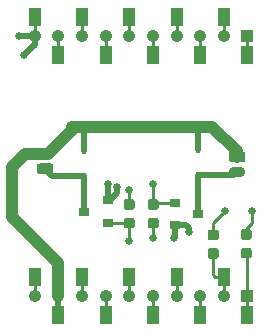
<source format=gtl>
G04 #@! TF.GenerationSoftware,KiCad,Pcbnew,(5.1.5)-3*
G04 #@! TF.CreationDate,2019-12-07T13:31:04+02:00*
G04 #@! TF.ProjectId,template,74656d70-6c61-4746-952e-6b696361645f,A*
G04 #@! TF.SameCoordinates,Original*
G04 #@! TF.FileFunction,Copper,L1,Top*
G04 #@! TF.FilePolarity,Positive*
%FSLAX46Y46*%
G04 Gerber Fmt 4.6, Leading zero omitted, Abs format (unit mm)*
G04 Created by KiCad (PCBNEW (5.1.5)-3) date 2019-12-07 13:31:04*
%MOMM*%
%LPD*%
G04 APERTURE LIST*
%ADD10C,1.050000*%
%ADD11R,1.050000X1.050000*%
%ADD12R,1.000000X1.600000*%
%ADD13R,0.450000X0.600000*%
%ADD14C,0.150000*%
%ADD15O,1.400000X0.900000*%
%ADD16R,0.900000X0.800000*%
%ADD17C,0.635000*%
%ADD18C,0.254000*%
%ADD19C,0.508000*%
%ADD20C,1.000000*%
G04 APERTURE END LIST*
D10*
X130001000Y-86000920D03*
X146001000Y-86000920D03*
D11*
X148001000Y-86000920D03*
D10*
X134001000Y-86000920D03*
X132001000Y-86000920D03*
X144001000Y-86000920D03*
X142001000Y-86000920D03*
X136001000Y-86000920D03*
X138001000Y-86000920D03*
X140001000Y-86000920D03*
D12*
X148001000Y-87600920D03*
X146001000Y-84400920D03*
X144001000Y-87600920D03*
X142001000Y-84400920D03*
X140001000Y-87600920D03*
X138001000Y-84400920D03*
X136001000Y-87600920D03*
X134001000Y-84400920D03*
X132001000Y-87600920D03*
X130001000Y-84400920D03*
D10*
X148001000Y-86000920D03*
X146001000Y-86000920D03*
X144001000Y-86000920D03*
X142001000Y-86000920D03*
X140001000Y-86000920D03*
X138001000Y-86000920D03*
X136001000Y-86000920D03*
X134001000Y-86000920D03*
X132001000Y-86000920D03*
X130001000Y-86000920D03*
X130001000Y-108000920D03*
X146001000Y-108000920D03*
D11*
X148001000Y-108000920D03*
D10*
X134001000Y-108000920D03*
X132001000Y-108000920D03*
X144001000Y-108000920D03*
X142001000Y-108000920D03*
X136001000Y-108000920D03*
X138001000Y-108000920D03*
X140001000Y-108000920D03*
D12*
X148001000Y-109600920D03*
X146001000Y-106400920D03*
X144001000Y-109600920D03*
X142001000Y-106400920D03*
X140001000Y-109600920D03*
X138001000Y-106400920D03*
X136001000Y-109600920D03*
X134001000Y-106400920D03*
X132001000Y-109600920D03*
X130001000Y-106400920D03*
D10*
X148001000Y-108000920D03*
X146001000Y-108000920D03*
X144001000Y-108000920D03*
X142001000Y-108000920D03*
X140001000Y-108000920D03*
X138001000Y-108000920D03*
X136001000Y-108000920D03*
X134001000Y-108000920D03*
X132001000Y-108000920D03*
X130001000Y-108000920D03*
D13*
X134175000Y-95730920D03*
X134175000Y-97830920D03*
X143827000Y-97796920D03*
X143827000Y-95696920D03*
G04 #@! TA.AperFunction,ComponentPad*
D14*
G36*
X131370054Y-96806003D02*
G01*
X131391895Y-96809243D01*
X131413314Y-96814608D01*
X131434104Y-96822047D01*
X131454064Y-96831488D01*
X131473003Y-96842839D01*
X131490738Y-96855993D01*
X131507099Y-96870821D01*
X131521927Y-96887182D01*
X131535081Y-96904917D01*
X131546432Y-96923856D01*
X131555873Y-96943816D01*
X131563312Y-96964606D01*
X131568677Y-96986025D01*
X131571917Y-97007866D01*
X131573000Y-97029920D01*
X131573000Y-97479920D01*
X131571917Y-97501974D01*
X131568677Y-97523815D01*
X131563312Y-97545234D01*
X131555873Y-97566024D01*
X131546432Y-97585984D01*
X131535081Y-97604923D01*
X131521927Y-97622658D01*
X131507099Y-97639019D01*
X131490738Y-97653847D01*
X131473003Y-97667001D01*
X131454064Y-97678352D01*
X131434104Y-97687793D01*
X131413314Y-97695232D01*
X131391895Y-97700597D01*
X131370054Y-97703837D01*
X131348000Y-97704920D01*
X130398000Y-97704920D01*
X130375946Y-97703837D01*
X130354105Y-97700597D01*
X130332686Y-97695232D01*
X130311896Y-97687793D01*
X130291936Y-97678352D01*
X130272997Y-97667001D01*
X130255262Y-97653847D01*
X130238901Y-97639019D01*
X130224073Y-97622658D01*
X130210919Y-97604923D01*
X130199568Y-97585984D01*
X130190127Y-97566024D01*
X130182688Y-97545234D01*
X130177323Y-97523815D01*
X130174083Y-97501974D01*
X130173000Y-97479920D01*
X130173000Y-97029920D01*
X130174083Y-97007866D01*
X130177323Y-96986025D01*
X130182688Y-96964606D01*
X130190127Y-96943816D01*
X130199568Y-96923856D01*
X130210919Y-96904917D01*
X130224073Y-96887182D01*
X130238901Y-96870821D01*
X130255262Y-96855993D01*
X130272997Y-96842839D01*
X130291936Y-96831488D01*
X130311896Y-96822047D01*
X130332686Y-96814608D01*
X130354105Y-96809243D01*
X130375946Y-96806003D01*
X130398000Y-96804920D01*
X131348000Y-96804920D01*
X131370054Y-96806003D01*
G37*
G04 #@! TD.AperFunction*
D15*
X130873000Y-96004920D03*
X147129000Y-97488920D03*
G04 #@! TA.AperFunction,ComponentPad*
D14*
G36*
X147626054Y-95790003D02*
G01*
X147647895Y-95793243D01*
X147669314Y-95798608D01*
X147690104Y-95806047D01*
X147710064Y-95815488D01*
X147729003Y-95826839D01*
X147746738Y-95839993D01*
X147763099Y-95854821D01*
X147777927Y-95871182D01*
X147791081Y-95888917D01*
X147802432Y-95907856D01*
X147811873Y-95927816D01*
X147819312Y-95948606D01*
X147824677Y-95970025D01*
X147827917Y-95991866D01*
X147829000Y-96013920D01*
X147829000Y-96463920D01*
X147827917Y-96485974D01*
X147824677Y-96507815D01*
X147819312Y-96529234D01*
X147811873Y-96550024D01*
X147802432Y-96569984D01*
X147791081Y-96588923D01*
X147777927Y-96606658D01*
X147763099Y-96623019D01*
X147746738Y-96637847D01*
X147729003Y-96651001D01*
X147710064Y-96662352D01*
X147690104Y-96671793D01*
X147669314Y-96679232D01*
X147647895Y-96684597D01*
X147626054Y-96687837D01*
X147604000Y-96688920D01*
X146654000Y-96688920D01*
X146631946Y-96687837D01*
X146610105Y-96684597D01*
X146588686Y-96679232D01*
X146567896Y-96671793D01*
X146547936Y-96662352D01*
X146528997Y-96651001D01*
X146511262Y-96637847D01*
X146494901Y-96623019D01*
X146480073Y-96606658D01*
X146466919Y-96588923D01*
X146455568Y-96569984D01*
X146446127Y-96550024D01*
X146438688Y-96529234D01*
X146433323Y-96507815D01*
X146430083Y-96485974D01*
X146429000Y-96463920D01*
X146429000Y-96013920D01*
X146430083Y-95991866D01*
X146433323Y-95970025D01*
X146438688Y-95948606D01*
X146446127Y-95927816D01*
X146455568Y-95907856D01*
X146466919Y-95888917D01*
X146480073Y-95871182D01*
X146494901Y-95854821D01*
X146511262Y-95839993D01*
X146528997Y-95826839D01*
X146547936Y-95815488D01*
X146567896Y-95806047D01*
X146588686Y-95798608D01*
X146610105Y-95793243D01*
X146631946Y-95790003D01*
X146654000Y-95788920D01*
X147604000Y-95788920D01*
X147626054Y-95790003D01*
G37*
G04 #@! TD.AperFunction*
D16*
X136175000Y-101826920D03*
X136175000Y-99926920D03*
X134175000Y-100876920D03*
X143827000Y-101064920D03*
X141827000Y-102014920D03*
X141827000Y-100114920D03*
G04 #@! TA.AperFunction,SMDPad,CuDef*
D14*
G36*
X148168691Y-103955973D02*
G01*
X148189926Y-103959123D01*
X148210750Y-103964339D01*
X148230962Y-103971571D01*
X148250368Y-103980750D01*
X148268781Y-103991786D01*
X148286024Y-104004574D01*
X148301930Y-104018990D01*
X148316346Y-104034896D01*
X148329134Y-104052139D01*
X148340170Y-104070552D01*
X148349349Y-104089958D01*
X148356581Y-104110170D01*
X148361797Y-104130994D01*
X148364947Y-104152229D01*
X148366000Y-104173670D01*
X148366000Y-104611170D01*
X148364947Y-104632611D01*
X148361797Y-104653846D01*
X148356581Y-104674670D01*
X148349349Y-104694882D01*
X148340170Y-104714288D01*
X148329134Y-104732701D01*
X148316346Y-104749944D01*
X148301930Y-104765850D01*
X148286024Y-104780266D01*
X148268781Y-104793054D01*
X148250368Y-104804090D01*
X148230962Y-104813269D01*
X148210750Y-104820501D01*
X148189926Y-104825717D01*
X148168691Y-104828867D01*
X148147250Y-104829920D01*
X147634750Y-104829920D01*
X147613309Y-104828867D01*
X147592074Y-104825717D01*
X147571250Y-104820501D01*
X147551038Y-104813269D01*
X147531632Y-104804090D01*
X147513219Y-104793054D01*
X147495976Y-104780266D01*
X147480070Y-104765850D01*
X147465654Y-104749944D01*
X147452866Y-104732701D01*
X147441830Y-104714288D01*
X147432651Y-104694882D01*
X147425419Y-104674670D01*
X147420203Y-104653846D01*
X147417053Y-104632611D01*
X147416000Y-104611170D01*
X147416000Y-104173670D01*
X147417053Y-104152229D01*
X147420203Y-104130994D01*
X147425419Y-104110170D01*
X147432651Y-104089958D01*
X147441830Y-104070552D01*
X147452866Y-104052139D01*
X147465654Y-104034896D01*
X147480070Y-104018990D01*
X147495976Y-104004574D01*
X147513219Y-103991786D01*
X147531632Y-103980750D01*
X147551038Y-103971571D01*
X147571250Y-103964339D01*
X147592074Y-103959123D01*
X147613309Y-103955973D01*
X147634750Y-103954920D01*
X148147250Y-103954920D01*
X148168691Y-103955973D01*
G37*
G04 #@! TD.AperFunction*
G04 #@! TA.AperFunction,SMDPad,CuDef*
G36*
X148168691Y-102380973D02*
G01*
X148189926Y-102384123D01*
X148210750Y-102389339D01*
X148230962Y-102396571D01*
X148250368Y-102405750D01*
X148268781Y-102416786D01*
X148286024Y-102429574D01*
X148301930Y-102443990D01*
X148316346Y-102459896D01*
X148329134Y-102477139D01*
X148340170Y-102495552D01*
X148349349Y-102514958D01*
X148356581Y-102535170D01*
X148361797Y-102555994D01*
X148364947Y-102577229D01*
X148366000Y-102598670D01*
X148366000Y-103036170D01*
X148364947Y-103057611D01*
X148361797Y-103078846D01*
X148356581Y-103099670D01*
X148349349Y-103119882D01*
X148340170Y-103139288D01*
X148329134Y-103157701D01*
X148316346Y-103174944D01*
X148301930Y-103190850D01*
X148286024Y-103205266D01*
X148268781Y-103218054D01*
X148250368Y-103229090D01*
X148230962Y-103238269D01*
X148210750Y-103245501D01*
X148189926Y-103250717D01*
X148168691Y-103253867D01*
X148147250Y-103254920D01*
X147634750Y-103254920D01*
X147613309Y-103253867D01*
X147592074Y-103250717D01*
X147571250Y-103245501D01*
X147551038Y-103238269D01*
X147531632Y-103229090D01*
X147513219Y-103218054D01*
X147495976Y-103205266D01*
X147480070Y-103190850D01*
X147465654Y-103174944D01*
X147452866Y-103157701D01*
X147441830Y-103139288D01*
X147432651Y-103119882D01*
X147425419Y-103099670D01*
X147420203Y-103078846D01*
X147417053Y-103057611D01*
X147416000Y-103036170D01*
X147416000Y-102598670D01*
X147417053Y-102577229D01*
X147420203Y-102555994D01*
X147425419Y-102535170D01*
X147432651Y-102514958D01*
X147441830Y-102495552D01*
X147452866Y-102477139D01*
X147465654Y-102459896D01*
X147480070Y-102443990D01*
X147495976Y-102429574D01*
X147513219Y-102416786D01*
X147531632Y-102405750D01*
X147551038Y-102396571D01*
X147571250Y-102389339D01*
X147592074Y-102384123D01*
X147613309Y-102380973D01*
X147634750Y-102379920D01*
X148147250Y-102379920D01*
X148168691Y-102380973D01*
G37*
G04 #@! TD.AperFunction*
G04 #@! TA.AperFunction,SMDPad,CuDef*
G36*
X138262691Y-101415973D02*
G01*
X138283926Y-101419123D01*
X138304750Y-101424339D01*
X138324962Y-101431571D01*
X138344368Y-101440750D01*
X138362781Y-101451786D01*
X138380024Y-101464574D01*
X138395930Y-101478990D01*
X138410346Y-101494896D01*
X138423134Y-101512139D01*
X138434170Y-101530552D01*
X138443349Y-101549958D01*
X138450581Y-101570170D01*
X138455797Y-101590994D01*
X138458947Y-101612229D01*
X138460000Y-101633670D01*
X138460000Y-102071170D01*
X138458947Y-102092611D01*
X138455797Y-102113846D01*
X138450581Y-102134670D01*
X138443349Y-102154882D01*
X138434170Y-102174288D01*
X138423134Y-102192701D01*
X138410346Y-102209944D01*
X138395930Y-102225850D01*
X138380024Y-102240266D01*
X138362781Y-102253054D01*
X138344368Y-102264090D01*
X138324962Y-102273269D01*
X138304750Y-102280501D01*
X138283926Y-102285717D01*
X138262691Y-102288867D01*
X138241250Y-102289920D01*
X137728750Y-102289920D01*
X137707309Y-102288867D01*
X137686074Y-102285717D01*
X137665250Y-102280501D01*
X137645038Y-102273269D01*
X137625632Y-102264090D01*
X137607219Y-102253054D01*
X137589976Y-102240266D01*
X137574070Y-102225850D01*
X137559654Y-102209944D01*
X137546866Y-102192701D01*
X137535830Y-102174288D01*
X137526651Y-102154882D01*
X137519419Y-102134670D01*
X137514203Y-102113846D01*
X137511053Y-102092611D01*
X137510000Y-102071170D01*
X137510000Y-101633670D01*
X137511053Y-101612229D01*
X137514203Y-101590994D01*
X137519419Y-101570170D01*
X137526651Y-101549958D01*
X137535830Y-101530552D01*
X137546866Y-101512139D01*
X137559654Y-101494896D01*
X137574070Y-101478990D01*
X137589976Y-101464574D01*
X137607219Y-101451786D01*
X137625632Y-101440750D01*
X137645038Y-101431571D01*
X137665250Y-101424339D01*
X137686074Y-101419123D01*
X137707309Y-101415973D01*
X137728750Y-101414920D01*
X138241250Y-101414920D01*
X138262691Y-101415973D01*
G37*
G04 #@! TD.AperFunction*
G04 #@! TA.AperFunction,SMDPad,CuDef*
G36*
X138262691Y-99840973D02*
G01*
X138283926Y-99844123D01*
X138304750Y-99849339D01*
X138324962Y-99856571D01*
X138344368Y-99865750D01*
X138362781Y-99876786D01*
X138380024Y-99889574D01*
X138395930Y-99903990D01*
X138410346Y-99919896D01*
X138423134Y-99937139D01*
X138434170Y-99955552D01*
X138443349Y-99974958D01*
X138450581Y-99995170D01*
X138455797Y-100015994D01*
X138458947Y-100037229D01*
X138460000Y-100058670D01*
X138460000Y-100496170D01*
X138458947Y-100517611D01*
X138455797Y-100538846D01*
X138450581Y-100559670D01*
X138443349Y-100579882D01*
X138434170Y-100599288D01*
X138423134Y-100617701D01*
X138410346Y-100634944D01*
X138395930Y-100650850D01*
X138380024Y-100665266D01*
X138362781Y-100678054D01*
X138344368Y-100689090D01*
X138324962Y-100698269D01*
X138304750Y-100705501D01*
X138283926Y-100710717D01*
X138262691Y-100713867D01*
X138241250Y-100714920D01*
X137728750Y-100714920D01*
X137707309Y-100713867D01*
X137686074Y-100710717D01*
X137665250Y-100705501D01*
X137645038Y-100698269D01*
X137625632Y-100689090D01*
X137607219Y-100678054D01*
X137589976Y-100665266D01*
X137574070Y-100650850D01*
X137559654Y-100634944D01*
X137546866Y-100617701D01*
X137535830Y-100599288D01*
X137526651Y-100579882D01*
X137519419Y-100559670D01*
X137514203Y-100538846D01*
X137511053Y-100517611D01*
X137510000Y-100496170D01*
X137510000Y-100058670D01*
X137511053Y-100037229D01*
X137514203Y-100015994D01*
X137519419Y-99995170D01*
X137526651Y-99974958D01*
X137535830Y-99955552D01*
X137546866Y-99937139D01*
X137559654Y-99919896D01*
X137574070Y-99903990D01*
X137589976Y-99889574D01*
X137607219Y-99876786D01*
X137625632Y-99865750D01*
X137645038Y-99856571D01*
X137665250Y-99849339D01*
X137686074Y-99844123D01*
X137707309Y-99840973D01*
X137728750Y-99839920D01*
X138241250Y-99839920D01*
X138262691Y-99840973D01*
G37*
G04 #@! TD.AperFunction*
G04 #@! TA.AperFunction,SMDPad,CuDef*
G36*
X145374691Y-103981473D02*
G01*
X145395926Y-103984623D01*
X145416750Y-103989839D01*
X145436962Y-103997071D01*
X145456368Y-104006250D01*
X145474781Y-104017286D01*
X145492024Y-104030074D01*
X145507930Y-104044490D01*
X145522346Y-104060396D01*
X145535134Y-104077639D01*
X145546170Y-104096052D01*
X145555349Y-104115458D01*
X145562581Y-104135670D01*
X145567797Y-104156494D01*
X145570947Y-104177729D01*
X145572000Y-104199170D01*
X145572000Y-104636670D01*
X145570947Y-104658111D01*
X145567797Y-104679346D01*
X145562581Y-104700170D01*
X145555349Y-104720382D01*
X145546170Y-104739788D01*
X145535134Y-104758201D01*
X145522346Y-104775444D01*
X145507930Y-104791350D01*
X145492024Y-104805766D01*
X145474781Y-104818554D01*
X145456368Y-104829590D01*
X145436962Y-104838769D01*
X145416750Y-104846001D01*
X145395926Y-104851217D01*
X145374691Y-104854367D01*
X145353250Y-104855420D01*
X144840750Y-104855420D01*
X144819309Y-104854367D01*
X144798074Y-104851217D01*
X144777250Y-104846001D01*
X144757038Y-104838769D01*
X144737632Y-104829590D01*
X144719219Y-104818554D01*
X144701976Y-104805766D01*
X144686070Y-104791350D01*
X144671654Y-104775444D01*
X144658866Y-104758201D01*
X144647830Y-104739788D01*
X144638651Y-104720382D01*
X144631419Y-104700170D01*
X144626203Y-104679346D01*
X144623053Y-104658111D01*
X144622000Y-104636670D01*
X144622000Y-104199170D01*
X144623053Y-104177729D01*
X144626203Y-104156494D01*
X144631419Y-104135670D01*
X144638651Y-104115458D01*
X144647830Y-104096052D01*
X144658866Y-104077639D01*
X144671654Y-104060396D01*
X144686070Y-104044490D01*
X144701976Y-104030074D01*
X144719219Y-104017286D01*
X144737632Y-104006250D01*
X144757038Y-103997071D01*
X144777250Y-103989839D01*
X144798074Y-103984623D01*
X144819309Y-103981473D01*
X144840750Y-103980420D01*
X145353250Y-103980420D01*
X145374691Y-103981473D01*
G37*
G04 #@! TD.AperFunction*
G04 #@! TA.AperFunction,SMDPad,CuDef*
G36*
X145374691Y-102406473D02*
G01*
X145395926Y-102409623D01*
X145416750Y-102414839D01*
X145436962Y-102422071D01*
X145456368Y-102431250D01*
X145474781Y-102442286D01*
X145492024Y-102455074D01*
X145507930Y-102469490D01*
X145522346Y-102485396D01*
X145535134Y-102502639D01*
X145546170Y-102521052D01*
X145555349Y-102540458D01*
X145562581Y-102560670D01*
X145567797Y-102581494D01*
X145570947Y-102602729D01*
X145572000Y-102624170D01*
X145572000Y-103061670D01*
X145570947Y-103083111D01*
X145567797Y-103104346D01*
X145562581Y-103125170D01*
X145555349Y-103145382D01*
X145546170Y-103164788D01*
X145535134Y-103183201D01*
X145522346Y-103200444D01*
X145507930Y-103216350D01*
X145492024Y-103230766D01*
X145474781Y-103243554D01*
X145456368Y-103254590D01*
X145436962Y-103263769D01*
X145416750Y-103271001D01*
X145395926Y-103276217D01*
X145374691Y-103279367D01*
X145353250Y-103280420D01*
X144840750Y-103280420D01*
X144819309Y-103279367D01*
X144798074Y-103276217D01*
X144777250Y-103271001D01*
X144757038Y-103263769D01*
X144737632Y-103254590D01*
X144719219Y-103243554D01*
X144701976Y-103230766D01*
X144686070Y-103216350D01*
X144671654Y-103200444D01*
X144658866Y-103183201D01*
X144647830Y-103164788D01*
X144638651Y-103145382D01*
X144631419Y-103125170D01*
X144626203Y-103104346D01*
X144623053Y-103083111D01*
X144622000Y-103061670D01*
X144622000Y-102624170D01*
X144623053Y-102602729D01*
X144626203Y-102581494D01*
X144631419Y-102560670D01*
X144638651Y-102540458D01*
X144647830Y-102521052D01*
X144658866Y-102502639D01*
X144671654Y-102485396D01*
X144686070Y-102469490D01*
X144701976Y-102455074D01*
X144719219Y-102442286D01*
X144737632Y-102431250D01*
X144757038Y-102422071D01*
X144777250Y-102414839D01*
X144798074Y-102409623D01*
X144819309Y-102406473D01*
X144840750Y-102405420D01*
X145353250Y-102405420D01*
X145374691Y-102406473D01*
G37*
G04 #@! TD.AperFunction*
G04 #@! TA.AperFunction,SMDPad,CuDef*
G36*
X140294691Y-99840973D02*
G01*
X140315926Y-99844123D01*
X140336750Y-99849339D01*
X140356962Y-99856571D01*
X140376368Y-99865750D01*
X140394781Y-99876786D01*
X140412024Y-99889574D01*
X140427930Y-99903990D01*
X140442346Y-99919896D01*
X140455134Y-99937139D01*
X140466170Y-99955552D01*
X140475349Y-99974958D01*
X140482581Y-99995170D01*
X140487797Y-100015994D01*
X140490947Y-100037229D01*
X140492000Y-100058670D01*
X140492000Y-100496170D01*
X140490947Y-100517611D01*
X140487797Y-100538846D01*
X140482581Y-100559670D01*
X140475349Y-100579882D01*
X140466170Y-100599288D01*
X140455134Y-100617701D01*
X140442346Y-100634944D01*
X140427930Y-100650850D01*
X140412024Y-100665266D01*
X140394781Y-100678054D01*
X140376368Y-100689090D01*
X140356962Y-100698269D01*
X140336750Y-100705501D01*
X140315926Y-100710717D01*
X140294691Y-100713867D01*
X140273250Y-100714920D01*
X139760750Y-100714920D01*
X139739309Y-100713867D01*
X139718074Y-100710717D01*
X139697250Y-100705501D01*
X139677038Y-100698269D01*
X139657632Y-100689090D01*
X139639219Y-100678054D01*
X139621976Y-100665266D01*
X139606070Y-100650850D01*
X139591654Y-100634944D01*
X139578866Y-100617701D01*
X139567830Y-100599288D01*
X139558651Y-100579882D01*
X139551419Y-100559670D01*
X139546203Y-100538846D01*
X139543053Y-100517611D01*
X139542000Y-100496170D01*
X139542000Y-100058670D01*
X139543053Y-100037229D01*
X139546203Y-100015994D01*
X139551419Y-99995170D01*
X139558651Y-99974958D01*
X139567830Y-99955552D01*
X139578866Y-99937139D01*
X139591654Y-99919896D01*
X139606070Y-99903990D01*
X139621976Y-99889574D01*
X139639219Y-99876786D01*
X139657632Y-99865750D01*
X139677038Y-99856571D01*
X139697250Y-99849339D01*
X139718074Y-99844123D01*
X139739309Y-99840973D01*
X139760750Y-99839920D01*
X140273250Y-99839920D01*
X140294691Y-99840973D01*
G37*
G04 #@! TD.AperFunction*
G04 #@! TA.AperFunction,SMDPad,CuDef*
G36*
X140294691Y-101415973D02*
G01*
X140315926Y-101419123D01*
X140336750Y-101424339D01*
X140356962Y-101431571D01*
X140376368Y-101440750D01*
X140394781Y-101451786D01*
X140412024Y-101464574D01*
X140427930Y-101478990D01*
X140442346Y-101494896D01*
X140455134Y-101512139D01*
X140466170Y-101530552D01*
X140475349Y-101549958D01*
X140482581Y-101570170D01*
X140487797Y-101590994D01*
X140490947Y-101612229D01*
X140492000Y-101633670D01*
X140492000Y-102071170D01*
X140490947Y-102092611D01*
X140487797Y-102113846D01*
X140482581Y-102134670D01*
X140475349Y-102154882D01*
X140466170Y-102174288D01*
X140455134Y-102192701D01*
X140442346Y-102209944D01*
X140427930Y-102225850D01*
X140412024Y-102240266D01*
X140394781Y-102253054D01*
X140376368Y-102264090D01*
X140356962Y-102273269D01*
X140336750Y-102280501D01*
X140315926Y-102285717D01*
X140294691Y-102288867D01*
X140273250Y-102289920D01*
X139760750Y-102289920D01*
X139739309Y-102288867D01*
X139718074Y-102285717D01*
X139697250Y-102280501D01*
X139677038Y-102273269D01*
X139657632Y-102264090D01*
X139639219Y-102253054D01*
X139621976Y-102240266D01*
X139606070Y-102225850D01*
X139591654Y-102209944D01*
X139578866Y-102192701D01*
X139567830Y-102174288D01*
X139558651Y-102154882D01*
X139551419Y-102134670D01*
X139546203Y-102113846D01*
X139543053Y-102092611D01*
X139542000Y-102071170D01*
X139542000Y-101633670D01*
X139543053Y-101612229D01*
X139546203Y-101590994D01*
X139551419Y-101570170D01*
X139558651Y-101549958D01*
X139567830Y-101530552D01*
X139578866Y-101512139D01*
X139591654Y-101494896D01*
X139606070Y-101478990D01*
X139621976Y-101464574D01*
X139639219Y-101451786D01*
X139657632Y-101440750D01*
X139677038Y-101431571D01*
X139697250Y-101424339D01*
X139718074Y-101419123D01*
X139739309Y-101415973D01*
X139760750Y-101414920D01*
X140273250Y-101414920D01*
X140294691Y-101415973D01*
G37*
G04 #@! TD.AperFunction*
D17*
X140017000Y-103096920D03*
X141795000Y-103096920D03*
X137985000Y-99032920D03*
X136175000Y-98556920D03*
X128665000Y-86000920D03*
X129095000Y-87602920D03*
X143065000Y-102588920D03*
X136969000Y-98778920D03*
X148399000Y-100810920D03*
X137985000Y-103350954D03*
X146113000Y-100810920D03*
X140017000Y-98524920D03*
D18*
X146001000Y-84400920D02*
X146001000Y-86000920D01*
X134001000Y-84400920D02*
X134001000Y-86000920D01*
X132001000Y-87600920D02*
X132001000Y-86000920D01*
X144001000Y-87600920D02*
X144001000Y-86000920D01*
X142001000Y-84400920D02*
X142001000Y-86000920D01*
X136001000Y-87600920D02*
X136001000Y-86000920D01*
X138001000Y-84400920D02*
X138001000Y-86000920D01*
X140001000Y-87600920D02*
X140001000Y-86000920D01*
X130001000Y-106400920D02*
X130001000Y-108000920D01*
X134001000Y-106400920D02*
X134001000Y-108000920D01*
X144001000Y-109600920D02*
X144001000Y-108000920D01*
X142001000Y-106400920D02*
X142001000Y-108000920D01*
X136001000Y-109600920D02*
X136001000Y-108000920D01*
X138001000Y-106400920D02*
X138001000Y-108000920D01*
X140001000Y-109600920D02*
X140001000Y-108000920D01*
D19*
X131449000Y-97830920D02*
X130873000Y-97254920D01*
X134175000Y-97830920D02*
X131449000Y-97830920D01*
X134175000Y-100876920D02*
X134175000Y-97830920D01*
X146821000Y-97796920D02*
X147129000Y-97488920D01*
X143827000Y-97796920D02*
X146821000Y-97796920D01*
X143827000Y-101064920D02*
X143827000Y-97796920D01*
D18*
X130001000Y-84400920D02*
X130001000Y-86000920D01*
X140017000Y-101852420D02*
X140017000Y-103096920D01*
X137985000Y-100277420D02*
X137985000Y-99032920D01*
X137985000Y-99032920D02*
X137985000Y-100295420D01*
D19*
X130001000Y-86000920D02*
X128665000Y-86000920D01*
X130001000Y-86743382D02*
X129857000Y-86887382D01*
X130001000Y-86000920D02*
X130001000Y-86743382D01*
X129857000Y-86887382D02*
X129810538Y-86887382D01*
X129810538Y-86887382D02*
X129095000Y-87602920D01*
X141827000Y-103064920D02*
X141795000Y-103096920D01*
X141827000Y-102014920D02*
X141827000Y-103064920D01*
X136175000Y-99926920D02*
X136175000Y-98556920D01*
X142785000Y-102014920D02*
X143065000Y-102294920D01*
X141827000Y-102014920D02*
X142785000Y-102014920D01*
X143065000Y-102294920D02*
X143065000Y-102588920D01*
X136175000Y-99926920D02*
X136329000Y-99926920D01*
X136329000Y-99926920D02*
X136969000Y-99286920D01*
X136969000Y-99286920D02*
X136969000Y-98778920D01*
D18*
X146001000Y-108000920D02*
X146001000Y-106400920D01*
X145097000Y-104855420D02*
X145097000Y-104417920D01*
X145247000Y-106400920D02*
X145097000Y-106250920D01*
X145097000Y-106250920D02*
X145097000Y-104855420D01*
X146001000Y-106400920D02*
X145247000Y-106400920D01*
X148001000Y-109600920D02*
X148001000Y-108000920D01*
X148001000Y-104502420D02*
X147891000Y-104392420D01*
X148001000Y-108000920D02*
X148001000Y-104502420D01*
D19*
X132001000Y-109600920D02*
X132001000Y-108000920D01*
X143827000Y-95696920D02*
X143827000Y-94888920D01*
X143827000Y-94888920D02*
X143827000Y-93698920D01*
X143827000Y-93698920D02*
X144589000Y-93698920D01*
X134175000Y-93952920D02*
X134429000Y-93698920D01*
X134175000Y-95730920D02*
X134175000Y-93952920D01*
X133159000Y-93698920D02*
X134429000Y-93698920D01*
X134429000Y-93698920D02*
X143827000Y-93698920D01*
D20*
X132001000Y-105240920D02*
X128079000Y-101318920D01*
X132001000Y-108000920D02*
X132001000Y-105240920D01*
X129173000Y-96004920D02*
X130873000Y-96004920D01*
X128079000Y-97098920D02*
X129173000Y-96004920D01*
X128079000Y-101318920D02*
X128079000Y-97098920D01*
X133159000Y-93992920D02*
X133159000Y-93698920D01*
X131147000Y-96004920D02*
X133159000Y-93992920D01*
X130873000Y-96004920D02*
X131147000Y-96004920D01*
X145039000Y-93698920D02*
X144589000Y-93698920D01*
X147129000Y-95788920D02*
X145039000Y-93698920D01*
X147129000Y-96238920D02*
X147129000Y-95788920D01*
X133453000Y-93698920D02*
X133159000Y-93992920D01*
X145039000Y-93698920D02*
X133453000Y-93698920D01*
D18*
X137959500Y-101826920D02*
X137985000Y-101852420D01*
X136175000Y-101826920D02*
X137959500Y-101826920D01*
X147891000Y-102379920D02*
X148399000Y-101871920D01*
X147891000Y-102817420D02*
X147891000Y-102379920D01*
X148399000Y-101871920D02*
X148399000Y-100810920D01*
X148399000Y-100810920D02*
X148399000Y-101259932D01*
X137985000Y-103350920D02*
X137985000Y-103350954D01*
X137985000Y-101852420D02*
X137985000Y-103350920D01*
X148001000Y-87600920D02*
X148001000Y-86000920D01*
X140179500Y-100114920D02*
X140017000Y-100277420D01*
X141827000Y-100114920D02*
X140179500Y-100114920D01*
X145097000Y-102842920D02*
X145097000Y-101826920D01*
X145097000Y-101826920D02*
X146113000Y-100810920D01*
X140017000Y-100277420D02*
X140017000Y-98524920D01*
M02*

</source>
